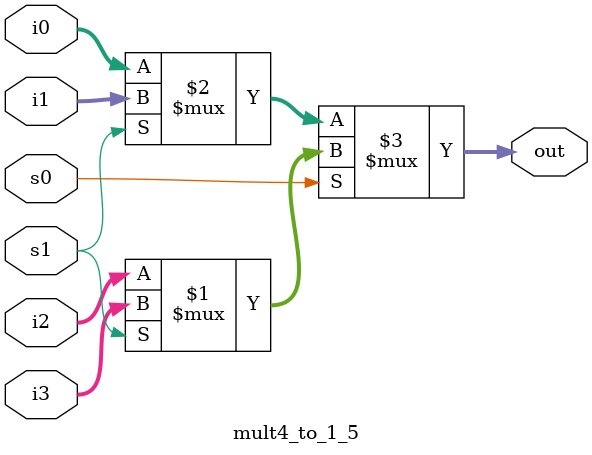
<source format=v>
module mult4_to_1_5(out, i0,i1,i2,i3,s0,s1);
output [4:0] out;
input [4:0]i0,i1,i2,i3;
input s0,s1;
assign out = s0 ? (s1? i3:i2):(s1? i1:i0);
endmodule


</source>
